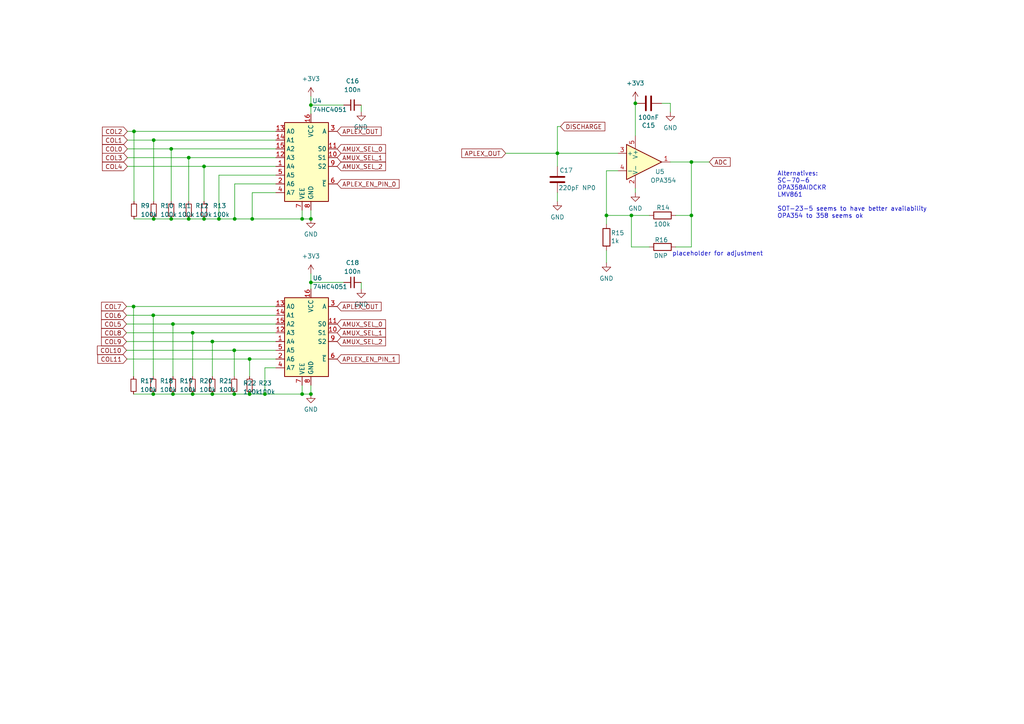
<source format=kicad_sch>
(kicad_sch (version 20231120) (generator "eeschema") (generator_version "8.0")
  (paper "A4")
  (lib_symbols
    (symbol "74xx:74HC4051"
      (property "Reference" "U" (at -5.08 11.43 0))
      (property "Value" "74HC4051" (at -7.62 -13.97 0))
      (symbol "74HC4051_0_1"
        (rectangle (start -5.08 10.16) (end 7.62 -12.7) (stroke (width 0.254)) (fill (type background)))
      )
      (symbol "74HC4051_1_1"
        (pin passive line (at 10.16 -2.54 180) (length 2.54) (name "A4") (number "1"))
        (pin input line (at -7.62 0 0) (length 2.54) (name "S1") (number "10"))
        (pin input line (at -7.62 2.54 0) (length 2.54) (name "S0") (number "11"))
        (pin passive line (at 10.16 0 180) (length 2.54) (name "A3") (number "12"))
        (pin passive line (at 10.16 7.62 180) (length 2.54) (name "A0") (number "13"))
        (pin passive line (at 10.16 5.08 180) (length 2.54) (name "A1") (number "14"))
        (pin passive line (at 10.16 2.54 180) (length 2.54) (name "A2") (number "15"))
        (pin power_in line (at 0 12.7 270) (length 2.54) (name "VCC") (number "16"))
        (pin passive line (at 10.16 -7.62 180) (length 2.54) (name "A6") (number "2"))
        (pin passive line (at -7.62 7.62 0) (length 2.54) (name "A") (number "3"))
        (pin passive line (at 10.16 -10.16 180) (length 2.54) (name "A7") (number "4"))
        (pin passive line (at 10.16 -5.08 180) (length 2.54) (name "A5") (number "5"))
        (pin input line (at -7.62 -7.62 0) (length 2.54) (name "~{E}") (number "6"))
        (pin power_in line (at 2.54 -15.24 90) (length 2.54) (name "VEE") (number "7"))
        (pin power_in line (at 0 -15.24 90) (length 2.54) (name "GND") (number "8"))
        (pin input line (at -7.62 -2.54 0) (length 2.54) (name "S2") (number "9"))
      )
    )
    (symbol "Amplifier_Operational:OPA340NA" (pin_names (offset 0.127))
      (property "Reference" "U" (at -1.27 6.35 0))
      (property "Value" "OPA340NA" (at -1.27 3.81 0))
      (symbol "OPA340NA_0_1"
        (polyline (pts (xy -5.08 5.08) (xy 5.08 0) (xy -5.08 -5.08) (xy -5.08 5.08)) (stroke (width 0.254)) (fill (type background)))
        (pin power_in line (at -2.54 -7.62 90) (length 3.81) (name "V-") (number "2"))
        (pin power_in line (at -2.54 7.62 270) (length 3.81) (name "V+") (number "5"))
      )
      (symbol "OPA340NA_1_1"
        (pin output line (at 7.62 0 180) (length 2.54) (name "~") (number "1"))
        (pin input line (at -7.62 2.54 0) (length 2.54) (name "+") (number "3"))
        (pin input line (at -7.62 -2.54 0) (length 2.54) (name "-") (number "4"))
      )
    )
    (symbol "Device:C" (pin_numbers hide) (pin_names (offset 0.254))
      (property "Reference" "C" (at 0.635 2.54 0))
      (property "Value" "C" (at 0.635 -2.54 0))
      (symbol "C_0_1"
        (polyline (pts (xy -2.032 -0.762) (xy 2.032 -0.762)) (stroke (width 0.508)))
        (polyline (pts (xy -2.032 0.762) (xy 2.032 0.762)) (stroke (width 0.508)))
      )
      (symbol "C_1_1"
        (pin passive line (at 0 3.81 270) (length 2.794) (name "~") (number "1"))
        (pin passive line (at 0 -3.81 90) (length 2.794) (name "~") (number "2"))
      )
    )
    (symbol "Device:C_Small" (pin_numbers hide) (pin_names (offset 0.254) hide)
      (property "Reference" "C" (at 0.254 1.778 0))
      (property "Value" "C_Small" (at 0.254 -2.032 0))
      (symbol "C_Small_0_1"
        (polyline (pts (xy -1.524 -0.508) (xy 1.524 -0.508)) (stroke (width 0.3302)))
        (polyline (pts (xy -1.524 0.508) (xy 1.524 0.508)) (stroke (width 0.3048)))
      )
      (symbol "C_Small_1_1"
        (pin passive line (at 0 2.54 270) (length 2.032) (name "~") (number "1"))
        (pin passive line (at 0 -2.54 90) (length 2.032) (name "~") (number "2"))
      )
    )
    (symbol "Device:R" (pin_numbers hide) (pin_names (offset 0))
      (property "Reference" "R" (at 2.032 0 90))
      (property "Value" "R" (at 0 0 90))
      (symbol "R_0_1"
        (rectangle (start -1.016 -2.54) (end 1.016 2.54) (stroke (width 0.254)))
      )
      (symbol "R_1_1"
        (pin passive line (at 0 3.81 270) (length 1.27) (name "~") (number "1"))
        (pin passive line (at 0 -3.81 90) (length 1.27) (name "~") (number "2"))
      )
    )
    (symbol "Device:R_Small" (pin_numbers hide) (pin_names (offset 0.254) hide)
      (property "Reference" "R" (at 0.762 0.508 0))
      (property "Value" "R_Small" (at 0.762 -1.016 0))
      (symbol "R_Small_0_1"
        (rectangle (start -0.762 1.778) (end 0.762 -1.778) (stroke (width 0.2032)))
      )
      (symbol "R_Small_1_1"
        (pin passive line (at 0 2.54 270) (length 0.762) (name "~") (number "1"))
        (pin passive line (at 0 -2.54 90) (length 0.762) (name "~") (number "2"))
      )
    )
    (symbol "power:+3.3V" (power) (pin_names (offset 0))
      (property "Value" "+3.3V" (at 0 3.556 0))
      (symbol "+3.3V_0_1"
        (polyline (pts (xy -0.762 1.27) (xy 0 2.54)))
        (polyline (pts (xy 0 0) (xy 0 2.54)))
        (polyline (pts (xy 0 2.54) (xy 0.762 1.27)))
      )
      (symbol "+3.3V_1_1"
        (pin power_in line (at 0 0 90) (length 0) hide (name "+3V3") (number "1"))
      )
    )
    (symbol "power:+3V3" (power) (pin_names (offset 0))
      (property "Value" "+3V3" (at 0 3.556 0))
      (symbol "+3V3_0_1"
        (polyline (pts (xy -0.762 1.27) (xy 0 2.54)))
        (polyline (pts (xy 0 0) (xy 0 2.54)))
        (polyline (pts (xy 0 2.54) (xy 0.762 1.27)))
      )
      (symbol "+3V3_1_1"
        (pin power_in line (at 0 0 90) (length 0) hide (name "+3V3") (number "1"))
      )
    )
    (symbol "power:GND" (power) (pin_names (offset 0))
      (property "Value" "GND" (at 0 -3.81 0))
      (symbol "GND_0_1"
        (polyline (pts (xy 0 0) (xy 0 -1.27) (xy 1.27 -1.27) (xy 0 -2.54) (xy -1.27 -1.27) (xy 0 -1.27)))
      )
      (symbol "GND_1_1"
        (pin power_in line (at 0 0 270) (length 0) hide (name "GND") (number "1"))
      )
    )
  )
  (junction (at 183.134 62.484))
  (junction (at 54.737 45.72))
  (junction (at 61.595 114.3))
  (junction (at 72.39 114.3))
  (junction (at 76.835 114.3))
  (junction (at 49.657 43.18))
  (junction (at 50.165 114.3))
  (junction (at 90.17 30.48))
  (junction (at 44.577 63.5))
  (junction (at 44.45 114.3))
  (junction (at 73.152 63.5))
  (junction (at 63.5 63.5))
  (junction (at 38.862 38.1))
  (junction (at 38.735 88.9))
  (junction (at 59.182 63.5))
  (junction (at 200.533 46.99))
  (junction (at 54.737 63.5))
  (junction (at 44.45 91.44))
  (junction (at 55.88 114.3))
  (junction (at 50.165 93.98))
  (junction (at 68.072 63.5))
  (junction (at 44.577 40.64))
  (junction (at 67.945 114.3))
  (junction (at 90.17 63.5))
  (junction (at 87.63 114.3))
  (junction (at 90.17 81.915))
  (junction (at 175.895 62.484))
  (junction (at 59.182 48.26))
  (junction (at 161.671 44.45))
  (junction (at 61.595 99.06))
  (junction (at 200.533 62.484))
  (junction (at 67.945 101.6))
  (junction (at 184.277 29.972))
  (junction (at 49.657 63.5))
  (junction (at 90.17 114.3))
  (junction (at 55.88 96.52))
  (junction (at 87.63 63.5))
  (junction (at 72.39 104.14))
  (wire (pts (xy 50.165 93.98) (xy 50.165 109.22)))
  (wire (pts (xy 90.17 27.94) (xy 90.17 30.48)))
  (wire (pts (xy 44.45 109.22) (xy 44.45 91.44)))
  (wire (pts (xy 183.134 71.628) (xy 188.341 71.628)))
  (wire (pts (xy 67.945 101.6) (xy 80.01 101.6)))
  (wire (pts (xy 175.895 49.53) (xy 179.197 49.53)))
  (wire (pts (xy 184.277 29.972) (xy 184.277 39.37)))
  (wire (pts (xy 36.703 101.6) (xy 67.945 101.6)))
  (wire (pts (xy 54.737 45.72) (xy 80.01 45.72)))
  (wire (pts (xy 90.17 30.48) (xy 90.17 33.02)))
  (wire (pts (xy 194.437 29.972) (xy 194.437 32.512)))
  (wire (pts (xy 38.862 38.1) (xy 80.01 38.1)))
  (wire (pts (xy 175.895 49.53) (xy 175.895 62.484)))
  (wire (pts (xy 175.895 62.484) (xy 183.134 62.484)))
  (wire (pts (xy 44.577 40.64) (xy 80.01 40.64)))
  (wire (pts (xy 61.595 99.06) (xy 80.01 99.06)))
  (wire (pts (xy 59.182 48.26) (xy 59.182 58.42)))
  (wire (pts (xy 195.961 62.484) (xy 200.533 62.484)))
  (wire (pts (xy 49.657 43.18) (xy 49.657 58.42)))
  (wire (pts (xy 44.577 40.64) (xy 44.577 58.42)))
  (wire (pts (xy 200.533 46.99) (xy 205.74 46.99)))
  (wire (pts (xy 200.533 46.99) (xy 194.437 46.99)))
  (wire (pts (xy 104.775 32.385) (xy 104.775 30.48)))
  (wire (pts (xy 90.17 111.76) (xy 90.17 114.3)))
  (wire (pts (xy 38.862 38.1) (xy 38.862 58.42)))
  (wire (pts (xy 38.735 88.9) (xy 80.01 88.9)))
  (wire (pts (xy 61.595 99.06) (xy 61.595 109.22)))
  (wire (pts (xy 90.17 30.48) (xy 99.695 30.48)))
  (wire (pts (xy 191.897 29.972) (xy 194.437 29.972)))
  (wire (pts (xy 67.945 114.3) (xy 72.39 114.3)))
  (wire (pts (xy 87.63 63.5) (xy 90.17 63.5)))
  (wire (pts (xy 90.17 60.96) (xy 90.17 63.5)))
  (wire (pts (xy 161.671 55.88) (xy 161.671 58.42)))
  (wire (pts (xy 90.17 81.915) (xy 99.695 81.915)))
  (wire (pts (xy 61.595 114.3) (xy 67.945 114.3)))
  (wire (pts (xy 90.17 81.915) (xy 90.17 83.82)))
  (wire (pts (xy 161.671 36.703) (xy 162.56 36.703)))
  (wire (pts (xy 50.165 93.98) (xy 80.01 93.98)))
  (wire (pts (xy 44.45 91.44) (xy 80.01 91.44)))
  (wire (pts (xy 50.165 114.3) (xy 55.88 114.3)))
  (wire (pts (xy 183.134 62.484) (xy 188.341 62.484)))
  (wire (pts (xy 59.182 48.26) (xy 80.01 48.26)))
  (wire (pts (xy 36.703 88.9) (xy 38.735 88.9)))
  (wire (pts (xy 55.88 96.52) (xy 80.01 96.52)))
  (wire (pts (xy 49.657 43.18) (xy 80.01 43.18)))
  (wire (pts (xy 36.957 48.26) (xy 59.182 48.26)))
  (wire (pts (xy 54.737 45.72) (xy 54.737 58.42)))
  (wire (pts (xy 80.01 104.14) (xy 72.39 104.14)))
  (wire (pts (xy 38.862 63.5) (xy 44.577 63.5)))
  (wire (pts (xy 195.961 71.628) (xy 200.533 71.628)))
  (wire (pts (xy 44.45 114.3) (xy 50.165 114.3)))
  (wire (pts (xy 104.775 83.82) (xy 104.775 81.915)))
  (wire (pts (xy 87.63 114.3) (xy 90.17 114.3)))
  (wire (pts (xy 184.277 29.21) (xy 184.277 29.972)))
  (wire (pts (xy 76.835 106.68) (xy 76.835 114.3)))
  (wire (pts (xy 67.945 101.6) (xy 67.945 109.22)))
  (wire (pts (xy 72.39 104.14) (xy 72.39 109.22)))
  (wire (pts (xy 59.182 63.5) (xy 63.5 63.5)))
  (wire (pts (xy 36.957 40.64) (xy 44.577 40.64)))
  (wire (pts (xy 184.277 54.61) (xy 184.277 55.88)))
  (wire (pts (xy 38.735 114.3) (xy 44.45 114.3)))
  (wire (pts (xy 161.671 44.45) (xy 179.197 44.45)))
  (wire (pts (xy 146.685 44.45) (xy 161.671 44.45)))
  (wire (pts (xy 38.735 109.22) (xy 38.735 88.9)))
  (wire (pts (xy 87.63 60.96) (xy 87.63 63.5)))
  (wire (pts (xy 36.703 99.06) (xy 61.595 99.06)))
  (wire (pts (xy 55.88 96.52) (xy 55.88 109.22)))
  (wire (pts (xy 200.533 71.628) (xy 200.533 62.484)))
  (wire (pts (xy 36.83 104.14) (xy 72.39 104.14)))
  (wire (pts (xy 55.88 114.3) (xy 61.595 114.3)))
  (wire (pts (xy 80.01 106.68) (xy 76.835 106.68)))
  (wire (pts (xy 175.895 62.484) (xy 175.895 65.024)))
  (wire (pts (xy 63.5 50.8) (xy 63.5 63.5)))
  (wire (pts (xy 36.703 96.52) (xy 55.88 96.52)))
  (wire (pts (xy 73.152 55.88) (xy 73.152 63.5)))
  (wire (pts (xy 63.5 50.8) (xy 80.01 50.8)))
  (wire (pts (xy 76.835 114.3) (xy 87.63 114.3)))
  (wire (pts (xy 54.737 63.5) (xy 59.182 63.5)))
  (wire (pts (xy 68.072 53.34) (xy 68.072 63.5)))
  (wire (pts (xy 80.01 55.88) (xy 73.152 55.88)))
  (wire (pts (xy 36.703 93.98) (xy 50.165 93.98)))
  (wire (pts (xy 161.671 44.45) (xy 161.671 48.26)))
  (wire (pts (xy 161.671 36.703) (xy 161.671 44.45)))
  (wire (pts (xy 36.703 91.44) (xy 44.45 91.44)))
  (wire (pts (xy 68.072 63.5) (xy 73.152 63.5)))
  (wire (pts (xy 36.957 38.1) (xy 38.862 38.1)))
  (wire (pts (xy 90.17 79.375) (xy 90.17 81.915)))
  (wire (pts (xy 36.957 43.18) (xy 49.657 43.18)))
  (wire (pts (xy 44.577 63.5) (xy 49.657 63.5)))
  (wire (pts (xy 72.39 114.3) (xy 76.835 114.3)))
  (wire (pts (xy 73.152 63.5) (xy 87.63 63.5)))
  (wire (pts (xy 175.895 72.644) (xy 175.895 76.2)))
  (wire (pts (xy 183.134 71.628) (xy 183.134 62.484)))
  (wire (pts (xy 80.01 53.34) (xy 68.072 53.34)))
  (wire (pts (xy 87.63 111.76) (xy 87.63 114.3)))
  (wire (pts (xy 49.657 63.5) (xy 54.737 63.5)))
  (wire (pts (xy 200.533 46.99) (xy 200.533 62.484)))
  (wire (pts (xy 63.5 63.5) (xy 68.072 63.5)))
  (wire (pts (xy 36.957 45.72) (xy 54.737 45.72)))
  (text "Alternatives:\nSC-70-6  \nOPA358AIDCKR\nLMV861\n\nSOT-23-5 seems to have better availability\nOPA354 to 358 seems ok\n" (at 225.425 63.5 0) (effects (font (size 1.27 1.27)) (justify left bottom)))
  (text "placeholder for adjustment" (at 194.945 74.422 0) (effects (font (size 1.27 1.27)) (justify left bottom)))
  (global_label "AMUX_SEL_1" (shape input) (at 97.79 96.52 0) (property "Intersheetrefs" "${INTERSHEET_REFS}" (effects (hide yes))))
  (global_label "COL9" (shape input) (at 36.703 99.06 180) (property "Intersheetrefs" "${INTERSHEET_REFS}" (effects (hide yes))))
  (global_label "AMUX_SEL_2" (shape input) (at 97.79 48.26 0) (property "Intersheetrefs" "${INTERSHEET_REFS}" (effects (hide yes))))
  (global_label "APLEX_OUT" (shape input) (at 97.79 38.1 0) (property "Intersheetrefs" "${INTERSHEET_REFS}" (effects (hide yes))))
  (global_label "AMUX_SEL_0" (shape input) (at 97.79 93.98 0) (property "Intersheetrefs" "${INTERSHEET_REFS}" (effects (hide yes))))
  (global_label "APLEX_EN_PIN_0" (shape input) (at 97.79 53.34 0) (property "Intersheetrefs" "${INTERSHEET_REFS}" (effects (hide yes))))
  (global_label "APLEX_OUT" (shape input) (at 146.685 44.45 180) (property "Intersheetrefs" "${INTERSHEET_REFS}" (effects (hide yes))))
  (global_label "COL2" (shape input) (at 36.957 38.1 180) (property "Intersheetrefs" "${INTERSHEET_REFS}" (effects (hide yes))))
  (global_label "COL0" (shape input) (at 36.957 43.18 180) (property "Intersheetrefs" "${INTERSHEET_REFS}" (effects (hide yes))))
  (global_label "COL5" (shape input) (at 36.703 93.98 180) (property "Intersheetrefs" "${INTERSHEET_REFS}" (effects (hide yes))))
  (global_label "COL1" (shape input) (at 36.957 40.64 180) (property "Intersheetrefs" "${INTERSHEET_REFS}" (effects (hide yes))))
  (global_label "COL4" (shape input) (at 36.957 48.26 180) (property "Intersheetrefs" "${INTERSHEET_REFS}" (effects (hide yes))))
  (global_label "COL3" (shape input) (at 36.957 45.72 180) (property "Intersheetrefs" "${INTERSHEET_REFS}" (effects (hide yes))))
  (global_label "APLEX_EN_PIN_1" (shape input) (at 97.79 104.14 0) (property "Intersheetrefs" "${INTERSHEET_REFS}" (effects (hide yes))))
  (global_label "COL8" (shape input) (at 36.703 96.52 180) (property "Intersheetrefs" "${INTERSHEET_REFS}" (effects (hide yes))))
  (global_label "AMUX_SEL_1" (shape input) (at 97.79 45.72 0) (property "Intersheetrefs" "${INTERSHEET_REFS}" (effects (hide yes))))
  (global_label "DISCHARGE" (shape input) (at 162.56 36.703 0) (property "Intersheetrefs" "${INTERSHEET_REFS}" (effects (hide yes))))
  (global_label "COL11" (shape input) (at 36.83 104.14 180) (property "Intersheetrefs" "${INTERSHEET_REFS}" (effects (hide yes))))
  (global_label "COL7" (shape input) (at 36.703 88.9 180) (property "Intersheetrefs" "${INTERSHEET_REFS}" (effects (hide yes))))
  (global_label "AMUX_SEL_0" (shape input) (at 97.79 43.18 0) (property "Intersheetrefs" "${INTERSHEET_REFS}" (effects (hide yes))))
  (global_label "APLEX_OUT" (shape input) (at 97.79 88.9 0) (property "Intersheetrefs" "${INTERSHEET_REFS}" (effects (hide yes))))
  (global_label "COL6" (shape input) (at 36.703 91.44 180) (property "Intersheetrefs" "${INTERSHEET_REFS}" (effects (hide yes))))
  (global_label "COL10" (shape input) (at 36.703 101.6 180) (property "Intersheetrefs" "${INTERSHEET_REFS}" (effects (hide yes))))
  (global_label "ADC" (shape input) (at 205.74 46.99 0) (property "Intersheetrefs" "${INTERSHEET_REFS}" (effects (hide yes))))
  (global_label "AMUX_SEL_2" (shape input) (at 97.79 99.06 0) (property "Intersheetrefs" "${INTERSHEET_REFS}" (effects (hide yes))))
  (symbol (lib_id "power:GND") (at 194.437 32.512 0) (unit 1)
    (property "Reference" "#PWR046" (effects (hide yes)))
    (property "Value" "GND" (at 194.437 37.0745 0))
  )
  (symbol (lib_id "power:GND") (at 104.775 83.82 0) (unit 1)
    (property "Reference" "#PWR052" (effects (hide yes)))
    (property "Value" "GND" (at 104.775 88.265 0))
    (instances (project "the-nicholas-van V1" (path "" (reference "#PWR052") (unit 1))) (project "Analog" (path "" (reference "#PWR0135") (unit 1))) (project "travaulta prototype" (path "" (reference "#PWR0135") (unit 1))))
  )
  (symbol (lib_id "power:+3V3") (at 90.17 27.94 0) (unit 1)
    (property "Reference" "#PWR043" (effects (hide yes)))
    (property "Value" "+3V3" (at 90.17 22.86 0))
    (instances (project "the-nicholas-van V1" (path "" (reference "#PWR043") (unit 1))) (project "Analog" (path "" (reference "#PWR0138") (unit 1))) (project "travaulta prototype" (path "" (reference "#PWR0138") (unit 1))))
  )
  (symbol (lib_id "Device:R_Small") (at 44.577 60.96 0) (unit 1)
    (property "Reference" "R10" (at 46.482 59.6899 0) (effects (justify left)))
    (property "Value" "100k" (at 46.482 62.2299 0) (effects (justify left)))
    (property "Footprint" "Resistor_SMD:R_0402_1005Metric" (effects (hide yes)))
    (instances (project "the-nicholas-van V1" (path "" (reference "R10") (unit 1))) (project "Analog" (path "" (reference "R13") (unit 1))) (project "travaulta prototype" (path "" (reference "R13") (unit 1))))
  )
  (symbol (lib_id "Device:R") (at 175.895 68.834 0) (unit 1)
    (property "Reference" "R15" (at 177.165 67.564 0) (effects (justify left)))
    (property "Value" "1k" (at 177.165 69.8754 0) (effects (justify left)))
    (property "Footprint" "Resistor_SMD:R_0402_1005Metric" (effects (hide yes)))
    (property "LCSC" "C11702" (effects (hide yes)))
  )
  (symbol (lib_id "Device:R") (at 192.151 62.484 270) (unit 1)
    (property "Reference" "R14" (at 190.373 60.198 90) (effects (justify left)))
    (property "Value" "100k" (at 189.611 65.024 90) (effects (justify left)))
    (property "Footprint" "Resistor_SMD:R_0402_1005Metric" (effects (hide yes)))
    (property "LCSC" "C25741" (effects (hide yes)))
  )
  (symbol (lib_id "Device:R_Small") (at 59.182 60.96 0) (unit 1)
    (property "Reference" "R13" (at 61.722 59.69 0) (effects (justify left)))
    (property "Value" "100k" (at 61.722 62.23 0) (effects (justify left)))
    (property "Footprint" "Resistor_SMD:R_0402_1005Metric" (effects (hide yes)))
    (instances (project "the-nicholas-van V1" (path "" (reference "R13") (unit 1))) (project "Analog" (path "" (reference "R19") (unit 1))) (project "travaulta prototype" (path "" (reference "R19") (unit 1))))
  )
  (symbol (lib_id "Device:R_Small") (at 54.737 60.96 0) (unit 1)
    (property "Reference" "R12" (at 56.642 59.69 0) (effects (justify left)))
    (property "Value" "100k" (at 56.642 62.2299 0) (effects (justify left)))
    (property "Footprint" "Resistor_SMD:R_0402_1005Metric" (effects (hide yes)))
    (instances (project "the-nicholas-van V1" (path "" (reference "R12") (unit 1))) (project "Analog" (path "" (reference "R17") (unit 1))) (project "travaulta prototype" (path "" (reference "R17") (unit 1))))
  )
  (symbol (lib_id "power:+3.3V") (at 184.277 29.21 0) (unit 1)
    (property "Reference" "#PWR044" (effects (hide yes)))
    (property "Value" "+3V3" (at 184.277 24.13 0))
  )
  (symbol (lib_id "Device:C") (at 188.087 29.972 270) (mirror x) (unit 1)
    (property "Reference" "C15" (at 188.087 36.3728 90))
    (property "Value" "100nF" (at 188.087 34.0614 90))
    (property "Footprint" "Capacitor_SMD:C_0402_1005Metric" (effects (hide yes)))
    (property "LCSC" "C307331" (effects (hide yes)))
  )
  (symbol (lib_id "74xx:74HC4051") (at 90.17 45.72 0) (mirror y) (unit 1)
    (property "Reference" "U4" (at 90.5716 29.2594 0) (effects (justify right)))
    (property "Value" "74HC4051" (at 90.5716 31.7994 0) (effects (justify right)))
    (property "Footprint" "cipulot_parts:TSSOP16" (effects (hide yes)))
    (property "Datasheet" "http://www.ti.com/lit/ds/symlink/cd74hc4051.pdf" (effects (hide yes)))
  )
  (symbol (lib_id "power:GND") (at 90.17 63.5 0) (unit 1)
    (property "Reference" "#PWR049" (effects (hide yes)))
    (property "Value" "GND" (at 90.17 67.945 0))
    (instances (project "the-nicholas-van V1" (path "" (reference "#PWR049") (unit 1))) (project "Analog" (path "" (reference "#PWR0136") (unit 1))) (project "travaulta prototype" (path "" (reference "#PWR0136") (unit 1))))
  )
  (symbol (lib_id "Device:R_Small") (at 55.88 111.76 0) (unit 1)
    (property "Reference" "R20" (at 57.785 110.4899 0) (effects (justify left)))
    (property "Value" "100k" (at 57.785 113.0299 0) (effects (justify left)))
    (property "Footprint" "Resistor_SMD:R_0402_1005Metric" (effects (hide yes)))
    (instances (project "the-nicholas-van V1" (path "" (reference "R20") (unit 1))) (project "Analog" (path "" (reference "R14") (unit 1))) (project "travaulta prototype" (path "" (reference "R14") (unit 1))))
  )
  (symbol (lib_id "Device:R_Small") (at 38.735 111.76 0) (unit 1)
    (property "Reference" "R17" (at 40.64 110.49 0) (effects (justify left)))
    (property "Value" "100k" (at 40.64 113.0299 0) (effects (justify left)))
    (property "Footprint" "Resistor_SMD:R_0402_1005Metric" (effects (hide yes)))
    (instances (project "the-nicholas-van V1" (path "" (reference "R17") (unit 1))) (project "Analog" (path "" (reference "R20") (unit 1))) (project "travaulta prototype" (path "" (reference "R20") (unit 1))))
  )
  (symbol (lib_id "Device:R") (at 192.151 71.628 270) (unit 1) (in_bom no)
    (property "Reference" "R16" (at 189.865 69.596 90) (effects (justify left)))
    (property "Value" "DNP" (at 189.611 74.168 90) (effects (justify left)))
    (property "Footprint" "Resistor_SMD:R_0402_1005Metric" (effects (hide yes)))
  )
  (symbol (lib_id "power:GND") (at 161.671 58.42 0) (unit 1)
    (property "Reference" "#PWR048" (effects (hide yes)))
    (property "Value" "GND" (at 161.671 62.9825 0))
  )
  (symbol (lib_id "Device:C_Small") (at 102.235 81.915 90) (unit 1)
    (property "Reference" "C18" (at 102.2413 76.2 90))
    (property "Value" "100n" (at 102.2413 78.74 90))
    (property "Footprint" "Capacitor_SMD:C_0402_1005Metric" (effects (hide yes)))
    (instances (project "the-nicholas-van V1" (path "" (reference "C18") (unit 1))) (project "Analog" (path "" (reference "C12") (unit 1))) (project "travaulta prototype" (path "" (reference "C12") (unit 1))))
  )
  (symbol (lib_id "Device:R_Small") (at 67.945 111.76 0) (unit 1)
    (property "Reference" "R22" (at 70.485 111.125 0) (effects (justify left)))
    (property "Value" "100k" (at 70.485 113.665 0) (effects (justify left)))
    (property "Footprint" "Resistor_SMD:R_0402_1005Metric" (effects (hide yes)))
    (instances (project "the-nicholas-van V1" (path "" (reference "R22") (unit 1))) (project "Analog" (path "" (reference "R1") (unit 1))) (project "travaulta prototype" (path "" (reference "R5") (unit 1))))
  )
  (symbol (lib_id "power:GND") (at 184.277 55.88 0) (unit 1)
    (property "Reference" "#PWR047" (effects (hide yes)))
    (property "Value" "GND" (at 184.277 60.4425 0))
  )
  (symbol (lib_id "Device:R_Small") (at 49.657 60.96 0) (unit 1)
    (property "Reference" "R11" (at 51.562 59.6899 0) (effects (justify left)))
    (property "Value" "100k" (at 51.562 62.2299 0) (effects (justify left)))
    (property "Footprint" "Resistor_SMD:R_0402_1005Metric" (effects (hide yes)))
    (instances (project "the-nicholas-van V1" (path "" (reference "R11") (unit 1))) (project "Analog" (path "" (reference "R15") (unit 1))) (project "travaulta prototype" (path "" (reference "R15") (unit 1))))
  )
  (symbol (lib_id "power:+3V3") (at 90.17 79.375 0) (unit 1)
    (property "Reference" "#PWR051" (effects (hide yes)))
    (property "Value" "+3V3" (at 90.17 74.295 0))
    (instances (project "the-nicholas-van V1" (path "" (reference "#PWR051") (unit 1))) (project "Analog" (path "" (reference "#PWR0137") (unit 1))) (project "travaulta prototype" (path "" (reference "#PWR0137") (unit 1))))
  )
  (symbol (lib_id "Device:R_Small") (at 72.39 111.76 0) (unit 1)
    (property "Reference" "R23" (at 74.93 111.125 0) (effects (justify left)))
    (property "Value" "100k" (at 74.93 113.665 0) (effects (justify left)))
    (property "Footprint" "Resistor_SMD:R_0402_1005Metric" (effects (hide yes)))
    (instances (project "the-nicholas-van V1" (path "" (reference "R23") (unit 1))) (project "Analog" (path "" (reference "R1") (unit 1))) (project "travaulta prototype" (path "" (reference "R5") (unit 1))))
  )
  (symbol (lib_id "Device:R_Small") (at 50.165 111.76 0) (unit 1)
    (property "Reference" "R19" (at 52.07 110.4899 0) (effects (justify left)))
    (property "Value" "100k" (at 52.07 113.0299 0) (effects (justify left)))
    (property "Footprint" "Resistor_SMD:R_0402_1005Metric" (effects (hide yes)))
    (instances (project "the-nicholas-van V1" (path "" (reference "R19") (unit 1))) (project "Analog" (path "" (reference "R12") (unit 1))) (project "travaulta prototype" (path "" (reference "R12") (unit 1))))
  )
  (symbol (lib_id "Device:R_Small") (at 38.862 60.96 0) (unit 1)
    (property "Reference" "R9" (at 40.767 59.6899 0) (effects (justify left)))
    (property "Value" "100k" (at 40.767 62.2299 0) (effects (justify left)))
    (property "Footprint" "Resistor_SMD:R_0402_1005Metric" (effects (hide yes)))
    (instances (project "the-nicholas-van V1" (path "" (reference "R9") (unit 1))) (project "Analog" (path "" (reference "R11") (unit 1))) (project "travaulta prototype" (path "" (reference "R11") (unit 1))))
  )
  (symbol (lib_id "Device:C") (at 161.671 52.07 0) (unit 1)
    (property "Reference" "C17" (at 164.211 49.403 0))
    (property "Value" "220pF NP0" (at 167.386 54.483 0))
    (property "Footprint" "Capacitor_SMD:C_0402_1005Metric" (effects (hide yes)))
    (property "LCSC" "C1530" (effects (hide yes)))
  )
  (symbol (lib_id "Amplifier_Operational:OPA340NA") (at 186.817 46.99 0) (unit 1)
    (property "Reference" "U5" (at 191.389 49.784 0))
    (property "Value" "OPA354" (at 192.405 52.324 0))
    (property "Footprint" "Package_TO_SOT_SMD:SOT-23-5" (effects (hide yes)))
    (property "Datasheet" "https://www.ti.com/general/docs/suppproductinfo.tsp?distId=10&gotoUrl=https%3A%2F%2Fwww.ti.com%2Flit%2Fgpn%2Fopa356" (effects (hide yes)))
  )
  (symbol (lib_id "power:GND") (at 175.895 76.2 0) (unit 1)
    (property "Reference" "#PWR050" (effects (hide yes)))
    (property "Value" "GND" (at 175.895 80.7625 0))
  )
  (symbol (lib_id "74xx:74HC4051") (at 90.17 96.52 0) (mirror y) (unit 1)
    (property "Reference" "U6" (at 90.6906 80.645 0) (effects (justify right)))
    (property "Value" "74HC4051" (at 90.6906 83.185 0) (effects (justify right)))
    (property "Footprint" "cipulot_parts:TSSOP16" (effects (hide yes)))
    (property "Datasheet" "http://www.ti.com/lit/ds/symlink/cd74hc4051.pdf" (effects (hide yes)))
    (instances (project "the-nicholas-van V1" (path "" (reference "U6") (unit 1))) (project "Analog" (path "" (reference "U3") (unit 1))) (project "travaulta prototype" (path "" (reference "U3") (unit 1))))
  )
  (symbol (lib_id "power:GND") (at 104.775 32.385 0) (unit 1)
    (property "Reference" "#PWR045" (effects (hide yes)))
    (property "Value" "GND" (at 104.648 36.83 0))
    (instances (project "the-nicholas-van V1" (path "" (reference "#PWR045") (unit 1))) (project "Analog" (path "" (reference "#PWR0139") (unit 1))) (project "travaulta prototype" (path "" (reference "#PWR0139") (unit 1))))
  )
  (symbol (lib_id "power:GND") (at 90.17 114.3 0) (unit 1)
    (property "Reference" "#PWR053" (effects (hide yes)))
    (property "Value" "GND" (at 90.17 118.745 0))
    (instances (project "the-nicholas-van V1" (path "" (reference "#PWR053") (unit 1))) (project "Analog" (path "" (reference "#PWR0134") (unit 1))) (project "travaulta prototype" (path "" (reference "#PWR0134") (unit 1))))
  )
  (symbol (lib_id "Device:R_Small") (at 61.595 111.76 0) (unit 1)
    (property "Reference" "R21" (at 63.5 110.4899 0) (effects (justify left)))
    (property "Value" "100k" (at 63.5 113.0299 0) (effects (justify left)))
    (property "Footprint" "Resistor_SMD:R_0402_1005Metric" (effects (hide yes)))
    (instances (project "the-nicholas-van V1" (path "" (reference "R21") (unit 1))) (project "Analog" (path "" (reference "R16") (unit 1))) (project "travaulta prototype" (path "" (reference "R16") (unit 1))))
  )
  (symbol (lib_id "Device:R_Small") (at 44.45 111.76 0) (unit 1)
    (property "Reference" "R18" (at 46.355 110.4899 0) (effects (justify left)))
    (property "Value" "100k" (at 46.355 113.0299 0) (effects (justify left)))
    (property "Footprint" "Resistor_SMD:R_0402_1005Metric" (effects (hide yes)))
    (instances (project "the-nicholas-van V1" (path "" (reference "R18") (unit 1))) (project "Analog" (path "" (reference "R10") (unit 1))) (project "travaulta prototype" (path "" (reference "R10") (unit 1))))
  )
  (symbol (lib_id "Device:C_Small") (at 102.235 30.48 90) (unit 1)
    (property "Reference" "C16" (at 102.2413 23.495 90))
    (property "Value" "100n" (at 102.2413 26.035 90))
    (property "Footprint" "Capacitor_SMD:C_0402_1005Metric" (effects (hide yes)))
    (instances (project "the-nicholas-van V1" (path "" (reference "C16") (unit 1))) (project "Analog" (path "" (reference "C13") (unit 1))) (project "travaulta prototype" (path "" (reference "C13") (unit 1))))
  )
)
</source>
